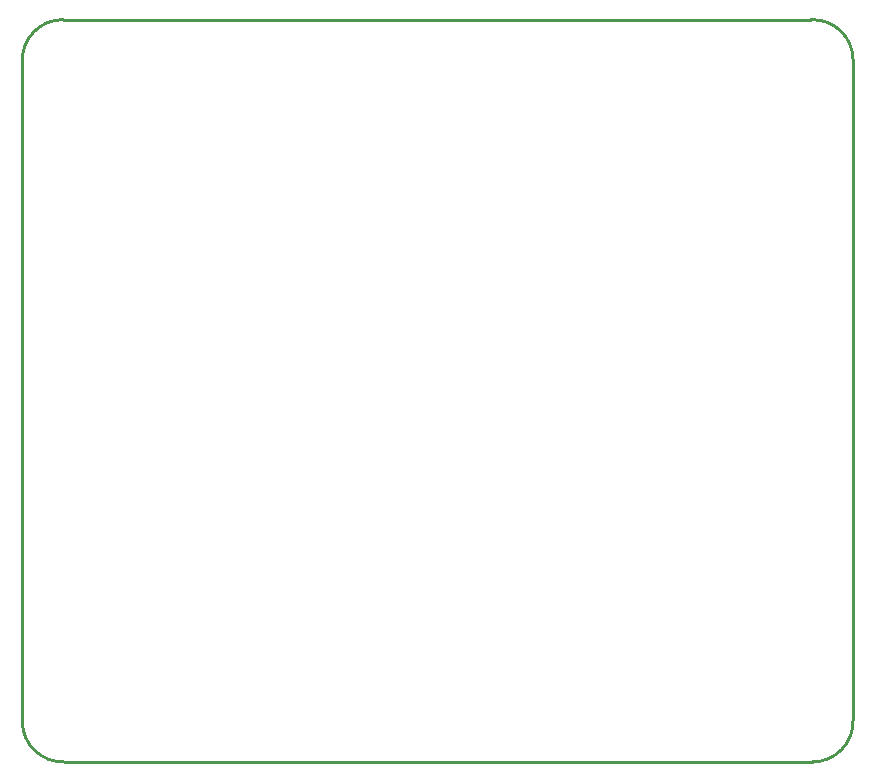
<source format=gm1>
G04*
G04 #@! TF.GenerationSoftware,Altium Limited,Altium Designer,18.0.10 (644)*
G04*
G04 Layer_Color=16711935*
%FSLAX25Y25*%
%MOIN*%
G70*
G01*
G75*
%ADD10C,0.01000*%
D10*
X374500Y151046D02*
G03*
X387944Y164998I0J13454D01*
G01*
X387954Y385000D02*
G03*
X374002Y398444I-13454J0D01*
G01*
X124500Y398454D02*
G03*
X111056Y384502I0J-13454D01*
G01*
X111046Y164500D02*
G03*
X124998Y151056I13454J0D01*
G01*
X374500D01*
X111046Y164500D02*
Y384502D01*
X111056D01*
X124500Y398444D02*
X374002D01*
X387944Y164998D02*
Y385000D01*
M02*

</source>
